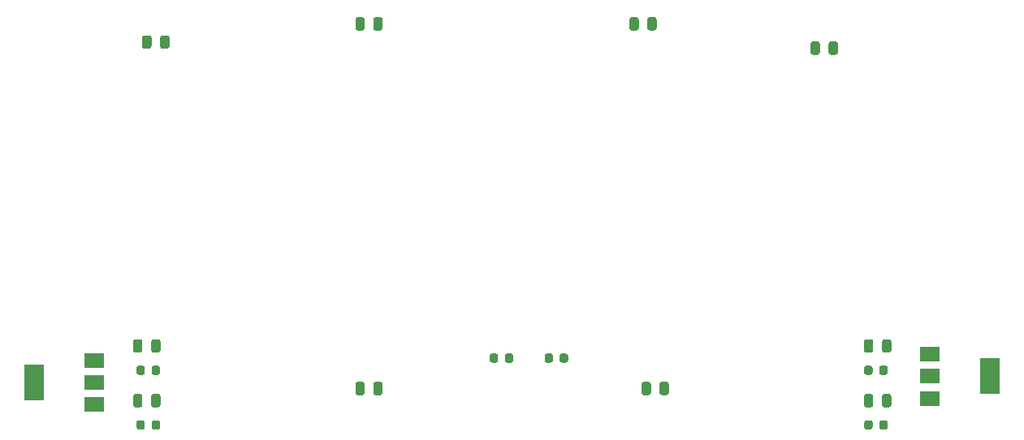
<source format=gbr>
%TF.GenerationSoftware,KiCad,Pcbnew,(5.1.6)-1*%
%TF.CreationDate,2021-01-04T11:57:39+05:30*%
%TF.ProjectId,JoyStick2,4a6f7953-7469-4636-9b32-2e6b69636164,rev?*%
%TF.SameCoordinates,Original*%
%TF.FileFunction,Paste,Top*%
%TF.FilePolarity,Positive*%
%FSLAX46Y46*%
G04 Gerber Fmt 4.6, Leading zero omitted, Abs format (unit mm)*
G04 Created by KiCad (PCBNEW (5.1.6)-1) date 2021-01-04 11:57:39*
%MOMM*%
%LPD*%
G01*
G04 APERTURE LIST*
%ADD10R,2.000000X1.500000*%
%ADD11R,2.000000X3.800000*%
G04 APERTURE END LIST*
%TO.C,C4*%
G36*
G01*
X132847500Y-94993750D02*
X132847500Y-95506250D01*
G75*
G02*
X132628750Y-95725000I-218750J0D01*
G01*
X132191250Y-95725000D01*
G75*
G02*
X131972500Y-95506250I0J218750D01*
G01*
X131972500Y-94993750D01*
G75*
G02*
X132191250Y-94775000I218750J0D01*
G01*
X132628750Y-94775000D01*
G75*
G02*
X132847500Y-94993750I0J-218750D01*
G01*
G37*
G36*
G01*
X134422500Y-94993750D02*
X134422500Y-95506250D01*
G75*
G02*
X134203750Y-95725000I-218750J0D01*
G01*
X133766250Y-95725000D01*
G75*
G02*
X133547500Y-95506250I0J218750D01*
G01*
X133547500Y-94993750D01*
G75*
G02*
X133766250Y-94775000I218750J0D01*
G01*
X134203750Y-94775000D01*
G75*
G02*
X134422500Y-94993750I0J-218750D01*
G01*
G37*
%TD*%
%TO.C,C5*%
G36*
G01*
X140137500Y-94993750D02*
X140137500Y-95506250D01*
G75*
G02*
X139918750Y-95725000I-218750J0D01*
G01*
X139481250Y-95725000D01*
G75*
G02*
X139262500Y-95506250I0J218750D01*
G01*
X139262500Y-94993750D01*
G75*
G02*
X139481250Y-94775000I218750J0D01*
G01*
X139918750Y-94775000D01*
G75*
G02*
X140137500Y-94993750I0J-218750D01*
G01*
G37*
G36*
G01*
X138562500Y-94993750D02*
X138562500Y-95506250D01*
G75*
G02*
X138343750Y-95725000I-218750J0D01*
G01*
X137906250Y-95725000D01*
G75*
G02*
X137687500Y-95506250I0J218750D01*
G01*
X137687500Y-94993750D01*
G75*
G02*
X137906250Y-94775000I218750J0D01*
G01*
X138343750Y-94775000D01*
G75*
G02*
X138562500Y-94993750I0J-218750D01*
G01*
G37*
%TD*%
%TO.C,C6*%
G36*
G01*
X94792500Y-94436250D02*
X94792500Y-93523750D01*
G75*
G02*
X95036250Y-93280000I243750J0D01*
G01*
X95523750Y-93280000D01*
G75*
G02*
X95767500Y-93523750I0J-243750D01*
G01*
X95767500Y-94436250D01*
G75*
G02*
X95523750Y-94680000I-243750J0D01*
G01*
X95036250Y-94680000D01*
G75*
G02*
X94792500Y-94436250I0J243750D01*
G01*
G37*
G36*
G01*
X96667500Y-94436250D02*
X96667500Y-93523750D01*
G75*
G02*
X96911250Y-93280000I243750J0D01*
G01*
X97398750Y-93280000D01*
G75*
G02*
X97642500Y-93523750I0J-243750D01*
G01*
X97642500Y-94436250D01*
G75*
G02*
X97398750Y-94680000I-243750J0D01*
G01*
X96911250Y-94680000D01*
G75*
G02*
X96667500Y-94436250I0J243750D01*
G01*
G37*
%TD*%
%TO.C,C7*%
G36*
G01*
X171967500Y-93523750D02*
X171967500Y-94436250D01*
G75*
G02*
X171723750Y-94680000I-243750J0D01*
G01*
X171236250Y-94680000D01*
G75*
G02*
X170992500Y-94436250I0J243750D01*
G01*
X170992500Y-93523750D01*
G75*
G02*
X171236250Y-93280000I243750J0D01*
G01*
X171723750Y-93280000D01*
G75*
G02*
X171967500Y-93523750I0J-243750D01*
G01*
G37*
G36*
G01*
X173842500Y-93523750D02*
X173842500Y-94436250D01*
G75*
G02*
X173598750Y-94680000I-243750J0D01*
G01*
X173111250Y-94680000D01*
G75*
G02*
X172867500Y-94436250I0J243750D01*
G01*
X172867500Y-93523750D01*
G75*
G02*
X173111250Y-93280000I243750J0D01*
G01*
X173598750Y-93280000D01*
G75*
G02*
X173842500Y-93523750I0J-243750D01*
G01*
G37*
%TD*%
%TO.C,C8*%
G36*
G01*
X96717500Y-96776250D02*
X96717500Y-96263750D01*
G75*
G02*
X96936250Y-96045000I218750J0D01*
G01*
X97373750Y-96045000D01*
G75*
G02*
X97592500Y-96263750I0J-218750D01*
G01*
X97592500Y-96776250D01*
G75*
G02*
X97373750Y-96995000I-218750J0D01*
G01*
X96936250Y-96995000D01*
G75*
G02*
X96717500Y-96776250I0J218750D01*
G01*
G37*
G36*
G01*
X95142500Y-96776250D02*
X95142500Y-96263750D01*
G75*
G02*
X95361250Y-96045000I218750J0D01*
G01*
X95798750Y-96045000D01*
G75*
G02*
X96017500Y-96263750I0J-218750D01*
G01*
X96017500Y-96776250D01*
G75*
G02*
X95798750Y-96995000I-218750J0D01*
G01*
X95361250Y-96995000D01*
G75*
G02*
X95142500Y-96776250I0J218750D01*
G01*
G37*
%TD*%
%TO.C,C9*%
G36*
G01*
X171887500Y-96263750D02*
X171887500Y-96776250D01*
G75*
G02*
X171668750Y-96995000I-218750J0D01*
G01*
X171231250Y-96995000D01*
G75*
G02*
X171012500Y-96776250I0J218750D01*
G01*
X171012500Y-96263750D01*
G75*
G02*
X171231250Y-96045000I218750J0D01*
G01*
X171668750Y-96045000D01*
G75*
G02*
X171887500Y-96263750I0J-218750D01*
G01*
G37*
G36*
G01*
X173462500Y-96263750D02*
X173462500Y-96776250D01*
G75*
G02*
X173243750Y-96995000I-218750J0D01*
G01*
X172806250Y-96995000D01*
G75*
G02*
X172587500Y-96776250I0J218750D01*
G01*
X172587500Y-96263750D01*
G75*
G02*
X172806250Y-96045000I218750J0D01*
G01*
X173243750Y-96045000D01*
G75*
G02*
X173462500Y-96263750I0J-218750D01*
G01*
G37*
%TD*%
%TO.C,C10*%
G36*
G01*
X96667500Y-100151250D02*
X96667500Y-99238750D01*
G75*
G02*
X96911250Y-98995000I243750J0D01*
G01*
X97398750Y-98995000D01*
G75*
G02*
X97642500Y-99238750I0J-243750D01*
G01*
X97642500Y-100151250D01*
G75*
G02*
X97398750Y-100395000I-243750J0D01*
G01*
X96911250Y-100395000D01*
G75*
G02*
X96667500Y-100151250I0J243750D01*
G01*
G37*
G36*
G01*
X94792500Y-100151250D02*
X94792500Y-99238750D01*
G75*
G02*
X95036250Y-98995000I243750J0D01*
G01*
X95523750Y-98995000D01*
G75*
G02*
X95767500Y-99238750I0J-243750D01*
G01*
X95767500Y-100151250D01*
G75*
G02*
X95523750Y-100395000I-243750J0D01*
G01*
X95036250Y-100395000D01*
G75*
G02*
X94792500Y-100151250I0J243750D01*
G01*
G37*
%TD*%
%TO.C,C11*%
G36*
G01*
X173842500Y-99238750D02*
X173842500Y-100151250D01*
G75*
G02*
X173598750Y-100395000I-243750J0D01*
G01*
X173111250Y-100395000D01*
G75*
G02*
X172867500Y-100151250I0J243750D01*
G01*
X172867500Y-99238750D01*
G75*
G02*
X173111250Y-98995000I243750J0D01*
G01*
X173598750Y-98995000D01*
G75*
G02*
X173842500Y-99238750I0J-243750D01*
G01*
G37*
G36*
G01*
X171967500Y-99238750D02*
X171967500Y-100151250D01*
G75*
G02*
X171723750Y-100395000I-243750J0D01*
G01*
X171236250Y-100395000D01*
G75*
G02*
X170992500Y-100151250I0J243750D01*
G01*
X170992500Y-99238750D01*
G75*
G02*
X171236250Y-98995000I243750J0D01*
G01*
X171723750Y-98995000D01*
G75*
G02*
X171967500Y-99238750I0J-243750D01*
G01*
G37*
%TD*%
%TO.C,C12*%
G36*
G01*
X95142500Y-102491250D02*
X95142500Y-101978750D01*
G75*
G02*
X95361250Y-101760000I218750J0D01*
G01*
X95798750Y-101760000D01*
G75*
G02*
X96017500Y-101978750I0J-218750D01*
G01*
X96017500Y-102491250D01*
G75*
G02*
X95798750Y-102710000I-218750J0D01*
G01*
X95361250Y-102710000D01*
G75*
G02*
X95142500Y-102491250I0J218750D01*
G01*
G37*
G36*
G01*
X96717500Y-102491250D02*
X96717500Y-101978750D01*
G75*
G02*
X96936250Y-101760000I218750J0D01*
G01*
X97373750Y-101760000D01*
G75*
G02*
X97592500Y-101978750I0J-218750D01*
G01*
X97592500Y-102491250D01*
G75*
G02*
X97373750Y-102710000I-218750J0D01*
G01*
X96936250Y-102710000D01*
G75*
G02*
X96717500Y-102491250I0J218750D01*
G01*
G37*
%TD*%
%TO.C,C13*%
G36*
G01*
X173462500Y-101978750D02*
X173462500Y-102491250D01*
G75*
G02*
X173243750Y-102710000I-218750J0D01*
G01*
X172806250Y-102710000D01*
G75*
G02*
X172587500Y-102491250I0J218750D01*
G01*
X172587500Y-101978750D01*
G75*
G02*
X172806250Y-101760000I218750J0D01*
G01*
X173243750Y-101760000D01*
G75*
G02*
X173462500Y-101978750I0J-218750D01*
G01*
G37*
G36*
G01*
X171887500Y-101978750D02*
X171887500Y-102491250D01*
G75*
G02*
X171668750Y-102710000I-218750J0D01*
G01*
X171231250Y-102710000D01*
G75*
G02*
X171012500Y-102491250I0J218750D01*
G01*
X171012500Y-101978750D01*
G75*
G02*
X171231250Y-101760000I218750J0D01*
G01*
X171668750Y-101760000D01*
G75*
G02*
X171887500Y-101978750I0J-218750D01*
G01*
G37*
%TD*%
D10*
%TO.C,U4*%
X90755000Y-100090000D03*
X90755000Y-95490000D03*
X90755000Y-97790000D03*
D11*
X84455000Y-97790000D03*
%TD*%
%TO.C,U5*%
X184150000Y-97155000D03*
D10*
X177850000Y-97155000D03*
X177850000Y-99455000D03*
X177850000Y-94855000D03*
%TD*%
%TO.C,R2*%
G36*
G01*
X165427500Y-63321250D02*
X165427500Y-62408750D01*
G75*
G02*
X165671250Y-62165000I243750J0D01*
G01*
X166158750Y-62165000D01*
G75*
G02*
X166402500Y-62408750I0J-243750D01*
G01*
X166402500Y-63321250D01*
G75*
G02*
X166158750Y-63565000I-243750J0D01*
G01*
X165671250Y-63565000D01*
G75*
G02*
X165427500Y-63321250I0J243750D01*
G01*
G37*
G36*
G01*
X167302500Y-63321250D02*
X167302500Y-62408750D01*
G75*
G02*
X167546250Y-62165000I243750J0D01*
G01*
X168033750Y-62165000D01*
G75*
G02*
X168277500Y-62408750I0J-243750D01*
G01*
X168277500Y-63321250D01*
G75*
G02*
X168033750Y-63565000I-243750J0D01*
G01*
X167546250Y-63565000D01*
G75*
G02*
X167302500Y-63321250I0J243750D01*
G01*
G37*
%TD*%
%TO.C,R3*%
G36*
G01*
X97605000Y-62686250D02*
X97605000Y-61773750D01*
G75*
G02*
X97848750Y-61530000I243750J0D01*
G01*
X98336250Y-61530000D01*
G75*
G02*
X98580000Y-61773750I0J-243750D01*
G01*
X98580000Y-62686250D01*
G75*
G02*
X98336250Y-62930000I-243750J0D01*
G01*
X97848750Y-62930000D01*
G75*
G02*
X97605000Y-62686250I0J243750D01*
G01*
G37*
G36*
G01*
X95730000Y-62686250D02*
X95730000Y-61773750D01*
G75*
G02*
X95973750Y-61530000I243750J0D01*
G01*
X96461250Y-61530000D01*
G75*
G02*
X96705000Y-61773750I0J-243750D01*
G01*
X96705000Y-62686250D01*
G75*
G02*
X96461250Y-62930000I-243750J0D01*
G01*
X95973750Y-62930000D01*
G75*
G02*
X95730000Y-62686250I0J243750D01*
G01*
G37*
%TD*%
%TO.C,R4*%
G36*
G01*
X119830000Y-60781250D02*
X119830000Y-59868750D01*
G75*
G02*
X120073750Y-59625000I243750J0D01*
G01*
X120561250Y-59625000D01*
G75*
G02*
X120805000Y-59868750I0J-243750D01*
G01*
X120805000Y-60781250D01*
G75*
G02*
X120561250Y-61025000I-243750J0D01*
G01*
X120073750Y-61025000D01*
G75*
G02*
X119830000Y-60781250I0J243750D01*
G01*
G37*
G36*
G01*
X117955000Y-60781250D02*
X117955000Y-59868750D01*
G75*
G02*
X118198750Y-59625000I243750J0D01*
G01*
X118686250Y-59625000D01*
G75*
G02*
X118930000Y-59868750I0J-243750D01*
G01*
X118930000Y-60781250D01*
G75*
G02*
X118686250Y-61025000I-243750J0D01*
G01*
X118198750Y-61025000D01*
G75*
G02*
X117955000Y-60781250I0J243750D01*
G01*
G37*
%TD*%
%TO.C,R5*%
G36*
G01*
X146530000Y-60781250D02*
X146530000Y-59868750D01*
G75*
G02*
X146773750Y-59625000I243750J0D01*
G01*
X147261250Y-59625000D01*
G75*
G02*
X147505000Y-59868750I0J-243750D01*
G01*
X147505000Y-60781250D01*
G75*
G02*
X147261250Y-61025000I-243750J0D01*
G01*
X146773750Y-61025000D01*
G75*
G02*
X146530000Y-60781250I0J243750D01*
G01*
G37*
G36*
G01*
X148405000Y-60781250D02*
X148405000Y-59868750D01*
G75*
G02*
X148648750Y-59625000I243750J0D01*
G01*
X149136250Y-59625000D01*
G75*
G02*
X149380000Y-59868750I0J-243750D01*
G01*
X149380000Y-60781250D01*
G75*
G02*
X149136250Y-61025000I-243750J0D01*
G01*
X148648750Y-61025000D01*
G75*
G02*
X148405000Y-60781250I0J243750D01*
G01*
G37*
%TD*%
%TO.C,R6*%
G36*
G01*
X117955000Y-98881250D02*
X117955000Y-97968750D01*
G75*
G02*
X118198750Y-97725000I243750J0D01*
G01*
X118686250Y-97725000D01*
G75*
G02*
X118930000Y-97968750I0J-243750D01*
G01*
X118930000Y-98881250D01*
G75*
G02*
X118686250Y-99125000I-243750J0D01*
G01*
X118198750Y-99125000D01*
G75*
G02*
X117955000Y-98881250I0J243750D01*
G01*
G37*
G36*
G01*
X119830000Y-98881250D02*
X119830000Y-97968750D01*
G75*
G02*
X120073750Y-97725000I243750J0D01*
G01*
X120561250Y-97725000D01*
G75*
G02*
X120805000Y-97968750I0J-243750D01*
G01*
X120805000Y-98881250D01*
G75*
G02*
X120561250Y-99125000I-243750J0D01*
G01*
X120073750Y-99125000D01*
G75*
G02*
X119830000Y-98881250I0J243750D01*
G01*
G37*
%TD*%
%TO.C,R7*%
G36*
G01*
X149675000Y-98881250D02*
X149675000Y-97968750D01*
G75*
G02*
X149918750Y-97725000I243750J0D01*
G01*
X150406250Y-97725000D01*
G75*
G02*
X150650000Y-97968750I0J-243750D01*
G01*
X150650000Y-98881250D01*
G75*
G02*
X150406250Y-99125000I-243750J0D01*
G01*
X149918750Y-99125000D01*
G75*
G02*
X149675000Y-98881250I0J243750D01*
G01*
G37*
G36*
G01*
X147800000Y-98881250D02*
X147800000Y-97968750D01*
G75*
G02*
X148043750Y-97725000I243750J0D01*
G01*
X148531250Y-97725000D01*
G75*
G02*
X148775000Y-97968750I0J-243750D01*
G01*
X148775000Y-98881250D01*
G75*
G02*
X148531250Y-99125000I-243750J0D01*
G01*
X148043750Y-99125000D01*
G75*
G02*
X147800000Y-98881250I0J243750D01*
G01*
G37*
%TD*%
M02*

</source>
